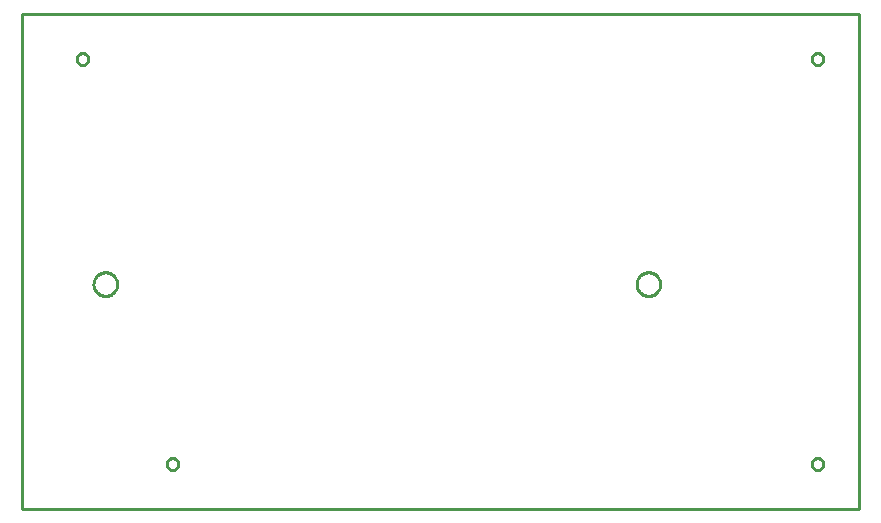
<source format=gbr>
G04 EAGLE Gerber RS-274X export*
G75*
%MOMM*%
%FSLAX34Y34*%
%LPD*%
%IN*%
%IPPOS*%
%AMOC8*
5,1,8,0,0,1.08239X$1,22.5*%
G01*
%ADD10C,0.254000*%


D10*
X0Y0D02*
X707900Y0D01*
X707900Y419000D01*
X0Y419000D01*
X0Y0D01*
X55800Y380719D02*
X55737Y380161D01*
X55612Y379614D01*
X55427Y379084D01*
X55183Y378578D01*
X54884Y378102D01*
X54534Y377663D01*
X54137Y377266D01*
X53698Y376916D01*
X53222Y376617D01*
X52716Y376373D01*
X52186Y376188D01*
X51639Y376063D01*
X51081Y376000D01*
X50519Y376000D01*
X49961Y376063D01*
X49414Y376188D01*
X48884Y376373D01*
X48378Y376617D01*
X47902Y376916D01*
X47463Y377266D01*
X47066Y377663D01*
X46716Y378102D01*
X46417Y378578D01*
X46173Y379084D01*
X45988Y379614D01*
X45863Y380161D01*
X45800Y380719D01*
X45800Y381281D01*
X45863Y381839D01*
X45988Y382386D01*
X46173Y382916D01*
X46417Y383422D01*
X46716Y383898D01*
X47066Y384337D01*
X47463Y384734D01*
X47902Y385084D01*
X48378Y385383D01*
X48884Y385627D01*
X49414Y385812D01*
X49961Y385937D01*
X50519Y386000D01*
X51081Y386000D01*
X51639Y385937D01*
X52186Y385812D01*
X52716Y385627D01*
X53222Y385383D01*
X53698Y385084D01*
X54137Y384734D01*
X54534Y384337D01*
X54884Y383898D01*
X55183Y383422D01*
X55427Y382916D01*
X55612Y382386D01*
X55737Y381839D01*
X55800Y381281D01*
X55800Y380719D01*
X132000Y37819D02*
X131937Y37261D01*
X131812Y36714D01*
X131627Y36184D01*
X131383Y35678D01*
X131084Y35202D01*
X130734Y34763D01*
X130337Y34366D01*
X129898Y34016D01*
X129422Y33717D01*
X128916Y33473D01*
X128386Y33288D01*
X127839Y33163D01*
X127281Y33100D01*
X126719Y33100D01*
X126161Y33163D01*
X125614Y33288D01*
X125084Y33473D01*
X124578Y33717D01*
X124102Y34016D01*
X123663Y34366D01*
X123266Y34763D01*
X122916Y35202D01*
X122617Y35678D01*
X122373Y36184D01*
X122188Y36714D01*
X122063Y37261D01*
X122000Y37819D01*
X122000Y38381D01*
X122063Y38939D01*
X122188Y39486D01*
X122373Y40016D01*
X122617Y40522D01*
X122916Y40998D01*
X123266Y41437D01*
X123663Y41834D01*
X124102Y42184D01*
X124578Y42483D01*
X125084Y42727D01*
X125614Y42912D01*
X126161Y43037D01*
X126719Y43100D01*
X127281Y43100D01*
X127839Y43037D01*
X128386Y42912D01*
X128916Y42727D01*
X129422Y42483D01*
X129898Y42184D01*
X130337Y41834D01*
X130734Y41437D01*
X131084Y40998D01*
X131383Y40522D01*
X131627Y40016D01*
X131812Y39486D01*
X131937Y38939D01*
X132000Y38381D01*
X132000Y37819D01*
X678100Y37819D02*
X678037Y37261D01*
X677912Y36714D01*
X677727Y36184D01*
X677483Y35678D01*
X677184Y35202D01*
X676834Y34763D01*
X676437Y34366D01*
X675998Y34016D01*
X675522Y33717D01*
X675016Y33473D01*
X674486Y33288D01*
X673939Y33163D01*
X673381Y33100D01*
X672819Y33100D01*
X672261Y33163D01*
X671714Y33288D01*
X671184Y33473D01*
X670678Y33717D01*
X670202Y34016D01*
X669763Y34366D01*
X669366Y34763D01*
X669016Y35202D01*
X668717Y35678D01*
X668473Y36184D01*
X668288Y36714D01*
X668163Y37261D01*
X668100Y37819D01*
X668100Y38381D01*
X668163Y38939D01*
X668288Y39486D01*
X668473Y40016D01*
X668717Y40522D01*
X669016Y40998D01*
X669366Y41437D01*
X669763Y41834D01*
X670202Y42184D01*
X670678Y42483D01*
X671184Y42727D01*
X671714Y42912D01*
X672261Y43037D01*
X672819Y43100D01*
X673381Y43100D01*
X673939Y43037D01*
X674486Y42912D01*
X675016Y42727D01*
X675522Y42483D01*
X675998Y42184D01*
X676437Y41834D01*
X676834Y41437D01*
X677184Y40998D01*
X677483Y40522D01*
X677727Y40016D01*
X677912Y39486D01*
X678037Y38939D01*
X678100Y38381D01*
X678100Y37819D01*
X678100Y380719D02*
X678037Y380161D01*
X677912Y379614D01*
X677727Y379084D01*
X677483Y378578D01*
X677184Y378102D01*
X676834Y377663D01*
X676437Y377266D01*
X675998Y376916D01*
X675522Y376617D01*
X675016Y376373D01*
X674486Y376188D01*
X673939Y376063D01*
X673381Y376000D01*
X672819Y376000D01*
X672261Y376063D01*
X671714Y376188D01*
X671184Y376373D01*
X670678Y376617D01*
X670202Y376916D01*
X669763Y377266D01*
X669366Y377663D01*
X669016Y378102D01*
X668717Y378578D01*
X668473Y379084D01*
X668288Y379614D01*
X668163Y380161D01*
X668100Y380719D01*
X668100Y381281D01*
X668163Y381839D01*
X668288Y382386D01*
X668473Y382916D01*
X668717Y383422D01*
X669016Y383898D01*
X669366Y384337D01*
X669763Y384734D01*
X670202Y385084D01*
X670678Y385383D01*
X671184Y385627D01*
X671714Y385812D01*
X672261Y385937D01*
X672819Y386000D01*
X673381Y386000D01*
X673939Y385937D01*
X674486Y385812D01*
X675016Y385627D01*
X675522Y385383D01*
X675998Y385084D01*
X676437Y384734D01*
X676834Y384337D01*
X677184Y383898D01*
X677483Y383422D01*
X677727Y382916D01*
X677912Y382386D01*
X678037Y381839D01*
X678100Y381281D01*
X678100Y380719D01*
X539900Y190063D02*
X539824Y189194D01*
X539672Y188334D01*
X539446Y187490D01*
X539148Y186670D01*
X538779Y185878D01*
X538342Y185122D01*
X537841Y184407D01*
X537280Y183738D01*
X536662Y183120D01*
X535993Y182559D01*
X535278Y182058D01*
X534522Y181621D01*
X533730Y181252D01*
X532910Y180954D01*
X532066Y180728D01*
X531207Y180576D01*
X530337Y180500D01*
X529463Y180500D01*
X528594Y180576D01*
X527734Y180728D01*
X526890Y180954D01*
X526070Y181252D01*
X525278Y181621D01*
X524522Y182058D01*
X523807Y182559D01*
X523138Y183120D01*
X522520Y183738D01*
X521959Y184407D01*
X521458Y185122D01*
X521021Y185878D01*
X520652Y186670D01*
X520354Y187490D01*
X520128Y188334D01*
X519976Y189194D01*
X519900Y190063D01*
X519900Y190937D01*
X519976Y191807D01*
X520128Y192666D01*
X520354Y193510D01*
X520652Y194330D01*
X521021Y195122D01*
X521458Y195878D01*
X521959Y196593D01*
X522520Y197262D01*
X523138Y197880D01*
X523807Y198441D01*
X524522Y198942D01*
X525278Y199379D01*
X526070Y199748D01*
X526890Y200046D01*
X527734Y200272D01*
X528594Y200424D01*
X529463Y200500D01*
X530337Y200500D01*
X531207Y200424D01*
X532066Y200272D01*
X532910Y200046D01*
X533730Y199748D01*
X534522Y199379D01*
X535278Y198942D01*
X535993Y198441D01*
X536662Y197880D01*
X537280Y197262D01*
X537841Y196593D01*
X538342Y195878D01*
X538779Y195122D01*
X539148Y194330D01*
X539446Y193510D01*
X539672Y192666D01*
X539824Y191807D01*
X539900Y190937D01*
X539900Y190063D01*
X80100Y190063D02*
X80024Y189194D01*
X79872Y188334D01*
X79646Y187490D01*
X79348Y186670D01*
X78979Y185878D01*
X78542Y185122D01*
X78041Y184407D01*
X77480Y183738D01*
X76862Y183120D01*
X76193Y182559D01*
X75478Y182058D01*
X74722Y181621D01*
X73930Y181252D01*
X73110Y180954D01*
X72266Y180728D01*
X71407Y180576D01*
X70537Y180500D01*
X69663Y180500D01*
X68794Y180576D01*
X67934Y180728D01*
X67090Y180954D01*
X66270Y181252D01*
X65478Y181621D01*
X64722Y182058D01*
X64007Y182559D01*
X63338Y183120D01*
X62720Y183738D01*
X62159Y184407D01*
X61658Y185122D01*
X61221Y185878D01*
X60852Y186670D01*
X60554Y187490D01*
X60328Y188334D01*
X60176Y189194D01*
X60100Y190063D01*
X60100Y190937D01*
X60176Y191807D01*
X60328Y192666D01*
X60554Y193510D01*
X60852Y194330D01*
X61221Y195122D01*
X61658Y195878D01*
X62159Y196593D01*
X62720Y197262D01*
X63338Y197880D01*
X64007Y198441D01*
X64722Y198942D01*
X65478Y199379D01*
X66270Y199748D01*
X67090Y200046D01*
X67934Y200272D01*
X68794Y200424D01*
X69663Y200500D01*
X70537Y200500D01*
X71407Y200424D01*
X72266Y200272D01*
X73110Y200046D01*
X73930Y199748D01*
X74722Y199379D01*
X75478Y198942D01*
X76193Y198441D01*
X76862Y197880D01*
X77480Y197262D01*
X78041Y196593D01*
X78542Y195878D01*
X78979Y195122D01*
X79348Y194330D01*
X79646Y193510D01*
X79872Y192666D01*
X80024Y191807D01*
X80100Y190937D01*
X80100Y190063D01*
M02*

</source>
